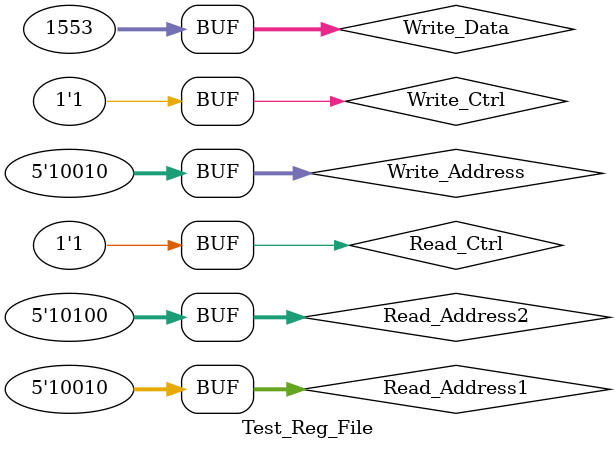
<source format=v>
module Test_Reg_File();
/*
module Reg_File(
output reg [31:0]Read_Data1,
output reg [31:0]Read_Data2,
input [4:0]Read_Address1,
input [4:0]Read_Address2,
input[4:0]Write_Address,
input[31:0]Write_Data,
input  Read_Ctrl,
input Write_Ctrl,
input clk
);
*/

wire [31:0]Read_Data1;
wire [31:0]Read_Data2;
reg [4:0]Read_Address1;
reg [4:0]Read_Address2;
reg [4:0]Write_Address;
reg [31:0]Write_Data;
reg Read_Ctrl;
reg Write_Ctrl;

wire clk_out;

CLK CLK_1(clk_out);

Reg_File Reg_File_1(Read_Data1,Read_Data2,Read_Address1,Read_Address2,Write_Address,Write_Data,Read_Ctrl,Write_Ctrl,clk_out);


initial
begin

Read_Address1=18/*S[0]*/;Read_Address2=20/*S[3]*/;Write_Address=20/*S[3]*/;Write_Data=1023;Read_Ctrl=1;Write_Ctrl=1;


#100 Read_Address1=18/*S[0]*/;Read_Address2=20/*S[3]*/;Write_Address=18/*S[3]*/;Write_Data=1553;Read_Ctrl=1;Write_Ctrl=1;



end
endmodule

















</source>
